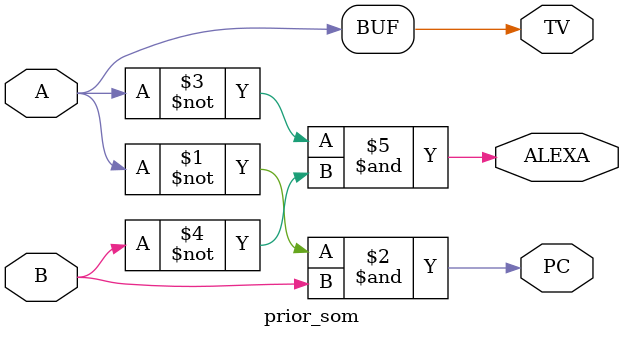
<source format=v>
module prior_som(A, B, TV, PC, ALEXA);

    input A, B;
    output TV, PC, ALEXA;

    assign TV = A;
    assign PC = ~A & B;
    assign ALEXA = ~A & ~B;

endmodule
</source>
